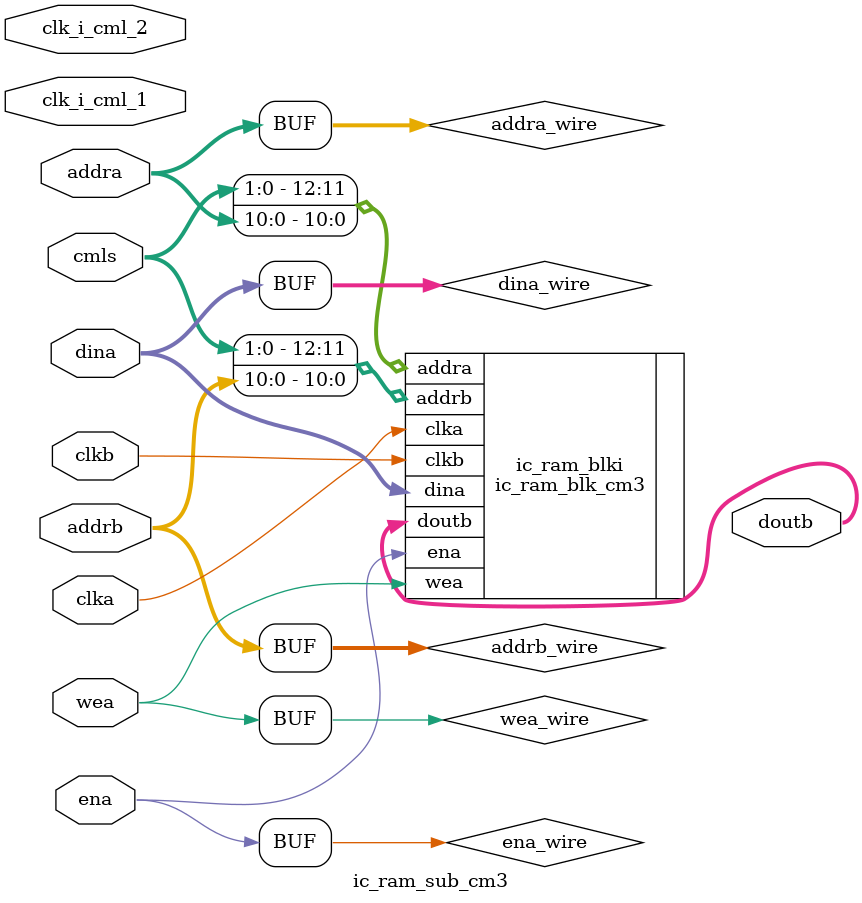
<source format=v>

/*******************************************************************************
*     This file is owned and controlled by Xilinx and must be used             *
*     solely for design, simulation, implementation and creation of            *
*     design files limited to Xilinx devices or technologies. Use              *
*     with non-Xilinx devices or technologies is expressly prohibited          *
*     and immediately terminates your license.                                 *
*                                                                              *
*     XILINX IS PROVIDING THIS DESIGN, CODE, OR INFORMATION "AS IS"            *
*     SOLELY FOR USE IN DEVELOPING PROGRAMS AND SOLUTIONS FOR                  *
*     XILINX DEVICES.  BY PROVIDING THIS DESIGN, CODE, OR INFORMATION          *
*     AS ONE POSSIBLE IMPLEMENTATION OF THIS FEATURE, APPLICATION              *
*     OR STANDARD, XILINX IS MAKING NO REPRESENTATION THAT THIS                *
*     IMPLEMENTATION IS FREE FROM ANY CLAIMS OF INFRINGEMENT,                  *
*     AND YOU ARE RESPONSIBLE FOR OBTAINING ANY RIGHTS YOU MAY REQUIRE         *
*     FOR YOUR IMPLEMENTATION.  XILINX EXPRESSLY DISCLAIMS ANY                 *
*     WARRANTY WHATSOEVER WITH RESPECT TO THE ADEQUACY OF THE                  *
*     IMPLEMENTATION, INCLUDING BUT NOT LIMITED TO ANY WARRANTIES OR           *
*     REPRESENTATIONS THAT THIS IMPLEMENTATION IS FREE FROM CLAIMS OF          *
*     INFRINGEMENT, IMPLIED WARRANTIES OF MERCHANTABILITY AND FITNESS          *
*     FOR A PARTICULAR PURPOSE.                                                *
*                                                                              *
*     Xilinx products are not intended for use in life support                 *
*     appliances, devices, or systems. Use in such applications are            *
*     expressly prohibited.                                                    *
*                                                                              *
*     (c) Copyright 1995-2009 Xilinx, Inc.                                     *
*     All rights reserved.                                                     *
*******************************************************************************/
// The synthesis directives "translate_off/translate_on" specified below are
// supported by Xilinx, Mentor Graphics and Synplicity synthesis
// tools. Ensure they are correct for your synthesis tool(s).

// You must compile the wrapper file ic_ram_blk.v when simulating
// the core, ic_ram_blk. When compiling the wrapper file, be sure to
// reference the XilinxCoreLib Verilog simulation library. For detailed
// instructions, please refer to the "CORE Generator Help".

`timescale 1ns/1ps

module ic_ram_sub_cm3(
		clk_i_cml_1,
		clk_i_cml_2,
		cmls,
		
	clka,
	ena,
	wea,
	addra,
	dina,
	clkb,
	addrb,
	doutb);


input clk_i_cml_1;
input clk_i_cml_2;
input [1:0] cmls;





input clka;
input ena;
input [0 : 0] wea;
input [10 : 0] addra;
input [31 : 0] dina;
input clkb;
input [10 : 0] addrb;
output [31 : 0] doutb;

wire ena_wire;
wire [0 : 0] wea_wire;
wire [10 : 0] addra_wire;
wire [31 : 0] dina_wire;
wire [10 : 0] addrb_wire;

assign ena_wire = ena;
assign wea_wire = wea;
assign addra_wire = addra;
assign dina_wire = dina;
assign addrb_wire = addrb;

ic_ram_blk_cm3 ic_ram_blki(
	.clka(clka),
	.ena(ena_wire),
	.wea(wea_wire),
	.addra({cmls, addra_wire}),
	.dina(dina_wire),
	.clkb(clkb),
	.addrb({cmls, addrb_wire}),
	.doutb(doutb));

endmodule



</source>
